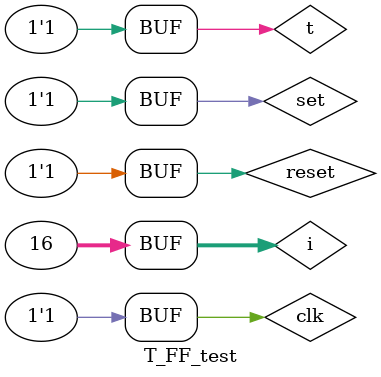
<source format=v>
module T_FF_test;
    reg t, set, reset, clk;
    wire Q;
    T_FF t_ff(Q, t, set, reset, clk);
    integer i;
    initial 
    begin
        set = 0; reset = 0;
        #100 $monitor("clk = %d, t = %d , Q = %d", clk, t, Q);
        for(i = 0; i < 16; i = i + 1)
            #100 {set, reset, t, clk} = i;
        #200;
    end 
    
endmodule

</source>
